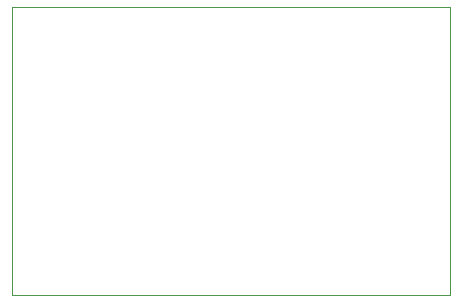
<source format=gbr>
G04 #@! TF.GenerationSoftware,KiCad,Pcbnew,(5.1.5-0-10_14)*
G04 #@! TF.CreationDate,2021-06-11T11:39:42+02:00*
G04 #@! TF.ProjectId,ldr_led_platine,6c64725f-6c65-4645-9f70-6c6174696e65,rev?*
G04 #@! TF.SameCoordinates,Original*
G04 #@! TF.FileFunction,Profile,NP*
%FSLAX46Y46*%
G04 Gerber Fmt 4.6, Leading zero omitted, Abs format (unit mm)*
G04 Created by KiCad (PCBNEW (5.1.5-0-10_14)) date 2021-06-11 11:39:42*
%MOMM*%
%LPD*%
G04 APERTURE LIST*
%ADD10C,0.100000*%
G04 APERTURE END LIST*
D10*
X157480000Y-60960000D02*
X157480000Y-85344000D01*
X120396000Y-60960000D02*
X157480000Y-60960000D01*
X120396000Y-85344000D02*
X120396000Y-60960000D01*
X157480000Y-85344000D02*
X120396000Y-85344000D01*
M02*

</source>
